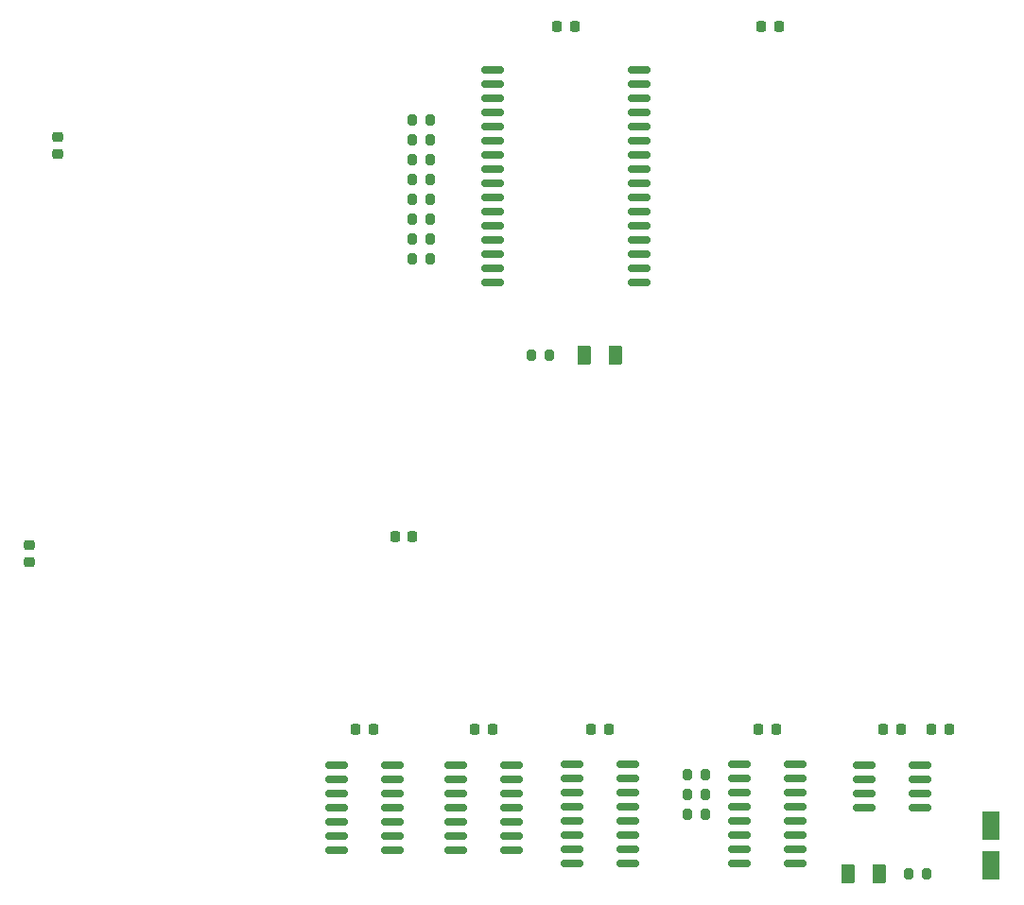
<source format=gbr>
%TF.GenerationSoftware,KiCad,Pcbnew,(6.0.2)*%
%TF.CreationDate,2022-09-05T19:25:54-07:00*%
%TF.ProjectId,Steve 68k,53746576-6520-4363-986b-2e6b69636164,rev?*%
%TF.SameCoordinates,Original*%
%TF.FileFunction,Paste,Top*%
%TF.FilePolarity,Positive*%
%FSLAX46Y46*%
G04 Gerber Fmt 4.6, Leading zero omitted, Abs format (unit mm)*
G04 Created by KiCad (PCBNEW (6.0.2)) date 2022-09-05 19:25:54*
%MOMM*%
%LPD*%
G01*
G04 APERTURE LIST*
G04 Aperture macros list*
%AMRoundRect*
0 Rectangle with rounded corners*
0 $1 Rounding radius*
0 $2 $3 $4 $5 $6 $7 $8 $9 X,Y pos of 4 corners*
0 Add a 4 corners polygon primitive as box body*
4,1,4,$2,$3,$4,$5,$6,$7,$8,$9,$2,$3,0*
0 Add four circle primitives for the rounded corners*
1,1,$1+$1,$2,$3*
1,1,$1+$1,$4,$5*
1,1,$1+$1,$6,$7*
1,1,$1+$1,$8,$9*
0 Add four rect primitives between the rounded corners*
20,1,$1+$1,$2,$3,$4,$5,0*
20,1,$1+$1,$4,$5,$6,$7,0*
20,1,$1+$1,$6,$7,$8,$9,0*
20,1,$1+$1,$8,$9,$2,$3,0*%
G04 Aperture macros list end*
%ADD10RoundRect,0.225000X-0.225000X-0.250000X0.225000X-0.250000X0.225000X0.250000X-0.225000X0.250000X0*%
%ADD11RoundRect,0.150000X-0.825000X-0.150000X0.825000X-0.150000X0.825000X0.150000X-0.825000X0.150000X0*%
%ADD12RoundRect,0.150000X-0.875000X-0.150000X0.875000X-0.150000X0.875000X0.150000X-0.875000X0.150000X0*%
%ADD13RoundRect,0.200000X0.200000X0.275000X-0.200000X0.275000X-0.200000X-0.275000X0.200000X-0.275000X0*%
%ADD14RoundRect,0.200000X-0.200000X-0.275000X0.200000X-0.275000X0.200000X0.275000X-0.200000X0.275000X0*%
%ADD15RoundRect,0.250000X-0.375000X-0.625000X0.375000X-0.625000X0.375000X0.625000X-0.375000X0.625000X0*%
%ADD16RoundRect,0.250000X0.375000X0.625000X-0.375000X0.625000X-0.375000X-0.625000X0.375000X-0.625000X0*%
%ADD17RoundRect,0.250000X-0.550000X1.050000X-0.550000X-1.050000X0.550000X-1.050000X0.550000X1.050000X0*%
%ADD18RoundRect,0.225000X0.250000X-0.225000X0.250000X0.225000X-0.250000X0.225000X-0.250000X-0.225000X0*%
%ADD19RoundRect,0.225000X0.225000X0.250000X-0.225000X0.250000X-0.225000X-0.250000X0.225000X-0.250000X0*%
%ADD20RoundRect,0.225000X-0.250000X0.225000X-0.250000X-0.225000X0.250000X-0.225000X0.250000X0.225000X0*%
G04 APERTURE END LIST*
D10*
%TO.C,C12*%
X130797000Y-39370000D03*
X132347000Y-39370000D03*
%TD*%
D11*
%TO.C,U8*%
X140019000Y-105577000D03*
X140019000Y-106847000D03*
X140019000Y-108117000D03*
X140019000Y-109387000D03*
X144969000Y-109387000D03*
X144969000Y-108117000D03*
X144969000Y-106847000D03*
X144969000Y-105577000D03*
%TD*%
D12*
%TO.C,U5*%
X106734000Y-43307000D03*
X106734000Y-44577000D03*
X106734000Y-45847000D03*
X106734000Y-47117000D03*
X106734000Y-48387000D03*
X106734000Y-49657000D03*
X106734000Y-50927000D03*
X106734000Y-52197000D03*
X106734000Y-53467000D03*
X106734000Y-54737000D03*
X106734000Y-56007000D03*
X106734000Y-57277000D03*
X106734000Y-58547000D03*
X106734000Y-59817000D03*
X106734000Y-61087000D03*
X106734000Y-62357000D03*
X119834000Y-62357000D03*
X119834000Y-61087000D03*
X119834000Y-59817000D03*
X119834000Y-58547000D03*
X119834000Y-57277000D03*
X119834000Y-56007000D03*
X119834000Y-54737000D03*
X119834000Y-53467000D03*
X119834000Y-52197000D03*
X119834000Y-50927000D03*
X119834000Y-49657000D03*
X119834000Y-48387000D03*
X119834000Y-47117000D03*
X119834000Y-45847000D03*
X119834000Y-44577000D03*
X119834000Y-43307000D03*
%TD*%
D11*
%TO.C,U4*%
X128843000Y-105537000D03*
X128843000Y-106807000D03*
X128843000Y-108077000D03*
X128843000Y-109347000D03*
X128843000Y-110617000D03*
X128843000Y-111887000D03*
X128843000Y-113157000D03*
X128843000Y-114427000D03*
X133793000Y-114427000D03*
X133793000Y-113157000D03*
X133793000Y-111887000D03*
X133793000Y-110617000D03*
X133793000Y-109347000D03*
X133793000Y-108077000D03*
X133793000Y-106807000D03*
X133793000Y-105537000D03*
%TD*%
%TO.C,U3*%
X113857000Y-105537000D03*
X113857000Y-106807000D03*
X113857000Y-108077000D03*
X113857000Y-109347000D03*
X113857000Y-110617000D03*
X113857000Y-111887000D03*
X113857000Y-113157000D03*
X113857000Y-114427000D03*
X118807000Y-114427000D03*
X118807000Y-113157000D03*
X118807000Y-111887000D03*
X118807000Y-110617000D03*
X118807000Y-109347000D03*
X118807000Y-108077000D03*
X118807000Y-106807000D03*
X118807000Y-105537000D03*
%TD*%
%TO.C,U2*%
X103443000Y-105552000D03*
X103443000Y-106822000D03*
X103443000Y-108092000D03*
X103443000Y-109362000D03*
X103443000Y-110632000D03*
X103443000Y-111902000D03*
X103443000Y-113172000D03*
X108393000Y-113172000D03*
X108393000Y-111902000D03*
X108393000Y-110632000D03*
X108393000Y-109362000D03*
X108393000Y-108092000D03*
X108393000Y-106822000D03*
X108393000Y-105552000D03*
%TD*%
%TO.C,U1*%
X92775000Y-105552000D03*
X92775000Y-106822000D03*
X92775000Y-108092000D03*
X92775000Y-109362000D03*
X92775000Y-110632000D03*
X92775000Y-111902000D03*
X92775000Y-113172000D03*
X97725000Y-113172000D03*
X97725000Y-111902000D03*
X97725000Y-110632000D03*
X97725000Y-109362000D03*
X97725000Y-108092000D03*
X97725000Y-106822000D03*
X97725000Y-105552000D03*
%TD*%
D13*
%TO.C,R13*%
X111823000Y-68834000D03*
X110173000Y-68834000D03*
%TD*%
%TO.C,R12*%
X145605000Y-115316000D03*
X143955000Y-115316000D03*
%TD*%
D14*
%TO.C,R11*%
X124143000Y-109982000D03*
X125793000Y-109982000D03*
%TD*%
%TO.C,R10*%
X124143000Y-108204000D03*
X125793000Y-108204000D03*
%TD*%
%TO.C,R9*%
X124143000Y-106426000D03*
X125793000Y-106426000D03*
%TD*%
D13*
%TO.C,R8*%
X101155000Y-60198000D03*
X99505000Y-60198000D03*
%TD*%
%TO.C,R7*%
X101155000Y-58420000D03*
X99505000Y-58420000D03*
%TD*%
%TO.C,R6*%
X101155000Y-56642000D03*
X99505000Y-56642000D03*
%TD*%
%TO.C,R5*%
X101155000Y-54864000D03*
X99505000Y-54864000D03*
%TD*%
%TO.C,R4*%
X101155000Y-53086000D03*
X99505000Y-53086000D03*
%TD*%
%TO.C,R3*%
X101155000Y-51308000D03*
X99505000Y-51308000D03*
%TD*%
%TO.C,R2*%
X101155000Y-49530000D03*
X99505000Y-49530000D03*
%TD*%
%TO.C,R1*%
X101155000Y-47752000D03*
X99505000Y-47752000D03*
%TD*%
D15*
%TO.C,D2*%
X117732000Y-68834000D03*
X114932000Y-68834000D03*
%TD*%
D16*
%TO.C,D1*%
X141354000Y-115316000D03*
X138554000Y-115316000D03*
%TD*%
D17*
%TO.C,C11*%
X151384000Y-110976000D03*
X151384000Y-114576000D03*
%TD*%
D10*
%TO.C,C10*%
X105143000Y-102362000D03*
X106693000Y-102362000D03*
%TD*%
%TO.C,C9*%
X94475000Y-102362000D03*
X96025000Y-102362000D03*
%TD*%
%TO.C,C8*%
X112509000Y-39370000D03*
X114059000Y-39370000D03*
%TD*%
D18*
%TO.C,C7*%
X65278000Y-87389000D03*
X65278000Y-85839000D03*
%TD*%
D10*
%TO.C,C6*%
X130543000Y-102362000D03*
X132093000Y-102362000D03*
%TD*%
%TO.C,C5*%
X141719000Y-102362000D03*
X143269000Y-102362000D03*
%TD*%
%TO.C,C4*%
X98018000Y-85090000D03*
X99568000Y-85090000D03*
%TD*%
D19*
%TO.C,C3*%
X117107000Y-102362000D03*
X115557000Y-102362000D03*
%TD*%
D20*
%TO.C,C2*%
X67818000Y-49263000D03*
X67818000Y-50813000D03*
%TD*%
D10*
%TO.C,C1*%
X146037000Y-102362000D03*
X147587000Y-102362000D03*
%TD*%
M02*

</source>
